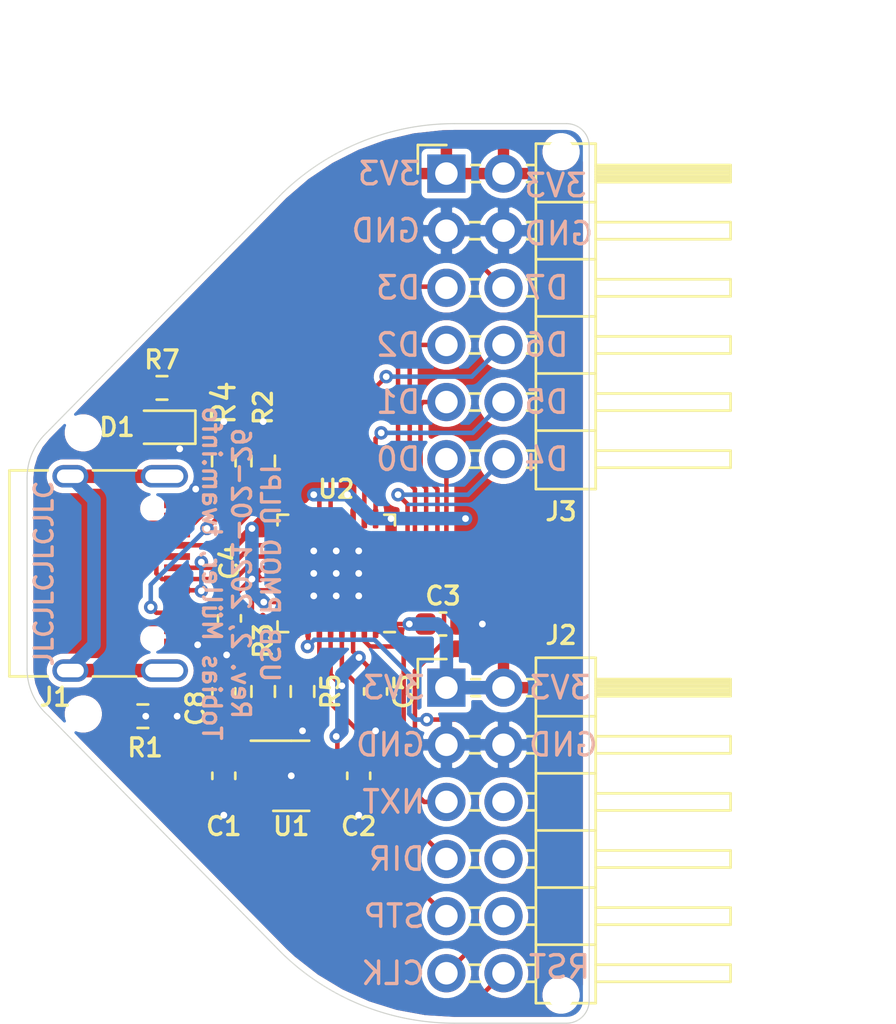
<source format=kicad_pcb>
(kicad_pcb (version 20171130) (host pcbnew "(5.1.9-0-10_14)")
  (title_block (title "USB PMOD ULPI") (date 2021-01-30) (rev 1) (comment 1 "License: CC-BY-SA 4.0") (comment 2 "Author: Tobias Müller, twam.info"))
  (layers (0 F.Cu signal) (31 B.Cu signal) (34 B.Paste user hide) (35 F.Paste user) (36 B.SilkS user) (37 F.SilkS user) (38 B.Mask user) (39 F.Mask user) (44 Edge.Cuts user))
  (net 0 "")
  (net 1 "Net-(D1-Pad2)")
  (net 2 GND)
  (net 3 VBUS)
  (net 4 /SBU2)
  (net 5 /CC1)
  (net 6 /SBU1)
  (net 7 /CC2)
  (net 8 "Net-(J1-PadS1)")
  (net 9 /D-)
  (net 10 /D+)
  (net 11 +3V3)
  (net 12 /STP)
  (net 13 /DIR)
  (net 14 /NXT)
  (net 15 /CLK)
  (net 16 /RESET)
  (net 17 /DATA3)
  (net 18 /DATA7)
  (net 19 /DATA2)
  (net 20 /DATA6)
  (net 21 /DATA1)
  (net 22 /DATA5)
  (net 23 /DATA0)
  (net 24 /DATA4)
  (net 25 "Net-(R5-Pad1)")
  (net 26 "Net-(J2-Pad8)")
  (net 27 "Net-(J2-Pad6)")
  (net 28 +1V8)
  (net 29 "Net-(J2-Pad10)")
  (net 30 "Net-(R3-Pad2)")
  (net 31 "Net-(U1-Pad4)")
  (net 32 "Net-(U2-Pad25)")
  (net 33 "Net-(U2-Pad17)")
  (net 34 "Net-(U2-Pad16)")
  (net 35 "Net-(U2-Pad15)")
  (net 36 "Net-(U2-Pad12)")
  (module MountingHole:MountingHole_JLCPCB (layer F.Cu) (at 140 106.25)
    (fp_text reference REF** hide)
    (fp_text value MountingHole_JLCPCB)
    (pad "" np_thru_hole circle (at 0 0) (size 1.152 1.152) (drill 1.152) (layers *.Cu *.Mask) (clearance 0.148))
  )
  (module MountingHole:MountingHole_JLCPCB (layer F.Cu) (at 140 93.75)
    (fp_text reference REF** hide)
    (fp_text value MountingHole_JLCPCB)
    (pad "" np_thru_hole circle (at 0 0) (size 1.152 1.152) (drill 1.152) (layers *.Cu *.Mask) (clearance 0.148))
  )
  (module MountingHole:MountingHole_JLCPCB (layer F.Cu) (at 161.25 118.75)
    (fp_text reference REF** hide)
    (fp_text value MountingHole_JLCPCB)
    (pad "" np_thru_hole circle (at 0 0) (size 1.152 1.152) (drill 1.152) (layers *.Cu *.Mask) (clearance 0.148))
  )
  (module MountingHole:MountingHole_JLCPCB (layer F.Cu) (at 161.25 81.25)
    (fp_text reference REF** hide)
    (fp_text value MountingHole_JLCPCB)
    (pad "" np_thru_hole circle (at 0 0) (size 1.152 1.152) (drill 1.152) (layers *.Cu *.Mask) (clearance 0.148))
  )
  (module Resistor_SMD:R_0603_1608Metric (layer F.Cu) (at 146.25 95 270)
    (fp_text reference R4 (at -1.5 0 90) (layer F.SilkS) (effects (justify left)))
    (fp_text value 5k1)
    (pad 2 smd roundrect (at 0.825 0 270) (size 0.8 0.95) (layers F.Cu F.Paste F.Mask) (net 7 /CC2))
    (pad 1 smd roundrect (at -0.825 0 270) (size 0.8 0.95) (layers F.Cu F.Paste F.Mask) (net 2 GND))
  )
  (module Resistor_SMD:R_0603_1608Metric (layer F.Cu) (at 148 105.25 90)
    (fp_text reference R3 (at 2.25 0 90) (layer F.SilkS) (effects (font (size 0.8 0.8))))
    (fp_text value 10k)
    (pad 2 smd roundrect (at 0.825 0 90) (size 0.8 0.95) (layers F.Cu F.Paste F.Mask) (net 30 "Net-(R3-Pad2)"))
    (pad 1 smd roundrect (at -0.825 0 90) (size 0.8 0.95) (layers F.Cu F.Paste F.Mask) (net 3 VBUS))
  )
  (module Package_DFN_QFN:QFN-32-1EP_5x5mm_P0.5mm_EP3.3x3.3mm (layer F.Cu) (at 151.25 100 180)
    (fp_text reference U2 (at 0 3.75) (layer F.SilkS) (effects (font (size 0.8 0.8))))
    (fp_text value USB3320)
    (pad 33 smd rect (at 0 0 180) (size 3.3 3.3) (layers F.Cu F.Mask) (net 2 GND))
    (pad 32 smd roundrect (at -1.75 -2.4375 180) (size 0.25 0.875) (layers F.Cu F.Paste F.Mask) (net 11 +3V3))
    (pad 31 smd roundrect (at -1.25 -2.4375 180) (size 0.25 0.875) (layers F.Cu F.Paste F.Mask) (net 13 /DIR))
    (pad 30 smd roundrect (at -0.75 -2.4375 180) (size 0.25 0.875) (layers F.Cu F.Paste F.Mask) (net 28 +1V8))
    (pad 29 smd roundrect (at -0.25 -2.4375 180) (size 0.25 0.875) (layers F.Cu F.Paste F.Mask) (net 12 /STP))
    (pad 28 smd roundrect (at 0.25 -2.4375 180) (size 0.25 0.875) (layers F.Cu F.Paste F.Mask) (net 28 +1V8))
    (pad 27 smd roundrect (at 0.75 -2.4375 180) (size 0.25 0.875) (layers F.Cu F.Paste F.Mask) (net 16 /RESET))
    (pad 26 smd roundrect (at 1.25 -2.4375 180) (size 0.25 0.875) (layers F.Cu F.Paste F.Mask) (net 15 /CLK))
    (pad 25 smd roundrect (at 1.75 -2.4375 180) (size 0.25 0.875) (layers F.Cu F.Paste F.Mask) (net 32 "Net-(U2-Pad25)"))
    (pad 24 smd roundrect (at 2.4375 -1.75 180) (size 0.875 0.25) (layers F.Cu F.Paste F.Mask) (net 25 "Net-(R5-Pad1)"))
    (pad 23 smd roundrect (at 2.4375 -1.25 180) (size 0.875 0.25) (layers F.Cu F.Paste F.Mask) (net 11 +3V3))
    (pad 22 smd roundrect (at 2.4375 -0.75 180) (size 0.875 0.25) (layers F.Cu F.Paste F.Mask) (net 30 "Net-(R3-Pad2)"))
    (pad 21 smd roundrect (at 2.4375 -0.25 180) (size 0.875 0.25) (layers F.Cu F.Paste F.Mask) (net 11 +3V3))
    (pad 20 smd roundrect (at 2.4375 0.25 180) (size 0.875 0.25) (layers F.Cu F.Paste F.Mask) (net 11 +3V3))
    (pad 19 smd roundrect (at 2.4375 0.75 180) (size 0.875 0.25) (layers F.Cu F.Paste F.Mask) (net 9 /D-))
    (pad 18 smd roundrect (at 2.4375 1.25 180) (size 0.875 0.25) (layers F.Cu F.Paste F.Mask) (net 10 /D+))
    (pad 17 smd roundrect (at 2.4375 1.75 180) (size 0.875 0.25) (layers F.Cu F.Paste F.Mask) (net 33 "Net-(U2-Pad17)"))
    (pad 16 smd roundrect (at 1.75 2.4375 180) (size 0.25 0.875) (layers F.Cu F.Paste F.Mask) (net 34 "Net-(U2-Pad16)"))
    (pad 15 smd roundrect (at 1.25 2.4375 180) (size 0.25 0.875) (layers F.Cu F.Paste F.Mask) (net 35 "Net-(U2-Pad15)"))
    (pad 14 smd roundrect (at 0.75 2.4375 180) (size 0.25 0.875) (layers F.Cu F.Paste F.Mask) (net 11 +3V3))
    (pad 13 smd roundrect (at 0.25 2.4375 180) (size 0.25 0.875) (layers F.Cu F.Paste F.Mask) (net 18 /DATA7))
    (pad 12 smd roundrect (at -0.25 2.4375 180) (size 0.25 0.875) (layers F.Cu F.Paste F.Mask) (net 36 "Net-(U2-Pad12)"))
    (pad 11 smd roundrect (at -0.75 2.4375 180) (size 0.25 0.875) (layers F.Cu F.Paste F.Mask) (net 11 +3V3))
    (pad 10 smd roundrect (at -1.25 2.4375 180) (size 0.25 0.875) (layers F.Cu F.Paste F.Mask) (net 20 /DATA6))
    (pad 9 smd roundrect (at -1.75 2.4375 180) (size 0.25 0.875) (layers F.Cu F.Paste F.Mask) (net 22 /DATA5))
    (pad 8 smd roundrect (at -2.4375 1.75 180) (size 0.875 0.25) (layers F.Cu F.Paste F.Mask) (net 11 +3V3))
    (pad 7 smd roundrect (at -2.4375 1.25 180) (size 0.875 0.25) (layers F.Cu F.Paste F.Mask) (net 24 /DATA4))
    (pad 6 smd roundrect (at -2.4375 0.75 180) (size 0.875 0.25) (layers F.Cu F.Paste F.Mask) (net 17 /DATA3))
    (pad 5 smd roundrect (at -2.4375 0.25 180) (size 0.875 0.25) (layers F.Cu F.Paste F.Mask) (net 19 /DATA2))
    (pad 4 smd roundrect (at -2.4375 -0.25 180) (size 0.875 0.25) (layers F.Cu F.Paste F.Mask) (net 21 /DATA1))
    (pad 3 smd roundrect (at -2.4375 -0.75 180) (size 0.875 0.25) (layers F.Cu F.Paste F.Mask) (net 23 /DATA0))
    (pad 2 smd roundrect (at -2.4375 -1.25 180) (size 0.875 0.25) (layers F.Cu F.Paste F.Mask) (net 14 /NXT))
    (pad 1 smd roundrect (at -2.4375 -1.75 180) (size 0.875 0.25) (layers F.Cu F.Paste F.Mask) (net 11 +3V3))
  )
  (module Package_TO_SOT_SMD:SOT-23-5 (layer F.Cu) (at 149.25 109)
    (fp_text reference U1 (at 0 2.25) (layer F.SilkS) (effects (font (size 0.8 0.8))))
    (fp_text value TPS76318)
    (pad 5 smd roundrect (at 1.1375 -0.95) (size 1.325 0.6) (layers F.Cu F.Paste F.Mask) (net 28 +1V8))
    (pad 4 smd roundrect (at 1.1375 0.95) (size 1.325 0.6) (layers F.Cu F.Paste F.Mask) (net 31 "Net-(U1-Pad4)"))
    (pad 3 smd roundrect (at -1.1375 0.95) (size 1.325 0.6) (layers F.Cu F.Paste F.Mask) (net 11 +3V3))
    (pad 2 smd roundrect (at -1.1375 0) (size 1.325 0.6) (layers F.Cu F.Paste F.Mask) (net 2 GND))
    (pad 1 smd roundrect (at -1.1375 -0.95) (size 1.325 0.6) (layers F.Cu F.Paste F.Mask) (net 11 +3V3))
  )
  (module Resistor_SMD:R_0603_1608Metric (layer F.Cu) (at 149.75 105.25 270)
    (fp_text reference R5 (at 0 -1.25 90) (layer F.SilkS) (effects (font (size 0.8 0.8))))
    (fp_text value "8k06 1%")
    (pad 2 smd roundrect (at 0.825 0 270) (size 0.8 0.95) (layers F.Cu F.Paste F.Mask) (net 2 GND))
    (pad 1 smd roundrect (at -0.825 0 270) (size 0.8 0.95) (layers F.Cu F.Paste F.Mask) (net 25 "Net-(R5-Pad1)"))
  )
  (module Capacitor_SMD:C_0603_1608Metric (layer F.Cu) (at 153 105.25 270)
    (fp_text reference C5 (at 0 -1.25 90) (layer F.SilkS) (effects (font (size 0.8 0.8))))
    (fp_text value 100n)
    (pad 2 smd roundrect (at 0.775 0 270) (size 0.9 0.95) (layers F.Cu F.Paste F.Mask) (net 2 GND))
    (pad 1 smd roundrect (at -0.775 0 270) (size 0.9 0.95) (layers F.Cu F.Paste F.Mask) (net 28 +1V8))
  )
  (module Capacitor_SMD:C_0603_1608Metric (layer F.Cu) (at 146.5 102 270)
    (fp_text reference C4 (at -2.5 0 90) (layer F.SilkS) (effects (font (size 0.8 0.8))))
    (fp_text value 2u2)
    (pad 2 smd roundrect (at 0.775 0 270) (size 0.9 0.95) (layers F.Cu F.Paste F.Mask) (net 2 GND))
    (pad 1 smd roundrect (at -0.775 0 270) (size 0.9 0.95) (layers F.Cu F.Paste F.Mask) (net 11 +3V3))
  )
  (module Capacitor_SMD:C_0603_1608Metric (layer F.Cu) (at 156 102.25)
    (fp_text reference C3 (at 0 -1.25) (layer F.SilkS) (effects (font (size 0.8 0.8))))
    (fp_text value 100n)
    (pad 2 smd roundrect (at 0.775 0) (size 0.9 0.95) (layers F.Cu F.Paste F.Mask) (net 2 GND))
    (pad 1 smd roundrect (at -0.775 0) (size 0.9 0.95) (layers F.Cu F.Paste F.Mask) (net 11 +3V3))
  )
  (module Capacitor_SMD:C_0603_1608Metric (layer F.Cu) (at 152.25 109 270)
    (fp_text reference C2 (at 2.25 0 180) (layer F.SilkS) (effects (font (size 0.8 0.8))))
    (fp_text value 10u)
    (pad 2 smd roundrect (at 0.775 0 270) (size 0.9 0.95) (layers F.Cu F.Paste F.Mask) (net 2 GND))
    (pad 1 smd roundrect (at -0.775 0 270) (size 0.9 0.95) (layers F.Cu F.Paste F.Mask) (net 28 +1V8))
  )
  (module Capacitor_SMD:C_0603_1608Metric (layer F.Cu) (at 146.25 109 270)
    (fp_text reference C1 (at 2.25 0 180) (layer F.SilkS) (effects (font (size 0.8 0.8))))
    (fp_text value 1u)
    (pad 2 smd roundrect (at 0.775 0 270) (size 0.9 0.95) (layers F.Cu F.Paste F.Mask) (net 2 GND))
    (pad 1 smd roundrect (at -0.775 0 270) (size 0.9 0.95) (layers F.Cu F.Paste F.Mask) (net 11 +3V3))
  )
  (module LED_SMD:LED_0603_1608Metric (layer F.Cu) (at 143.5 93.5 180)
    (fp_text reference D1 (at 2 0 180) (layer F.SilkS) (effects (font (size 0.8 0.8))))
    (fp_text value green)
    (pad 2 smd roundrect (at 0.7875 0 180) (size 0.875 0.95) (layers F.Cu F.Paste F.Mask) (net 1 "Net-(D1-Pad2)"))
    (pad 1 smd roundrect (at -0.7875 0 180) (size 0.875 0.95) (layers F.Cu F.Paste F.Mask) (net 2 GND))
  )
  (module Connector_PinHeader_2.54mm:PinHeader_2x06_P2.54mm_Horizontal (layer F.Cu) (at 156.15 82.22)
    (fp_text reference J3 (at 5.1 15.03) (layer F.SilkS) (effects (font (size 0.8 0.8))))
    (fp_text value PMOD2)
    (pad 12 thru_hole oval (at 2.54 12.7) (size 1.7 1.7) (drill 1) (layers *.Cu *.Mask) (net 24 /DATA4))
    (pad 11 thru_hole oval (at 0 12.7) (size 1.7 1.7) (drill 1) (layers *.Cu *.Mask) (net 23 /DATA0))
    (pad 10 thru_hole oval (at 2.54 10.16) (size 1.7 1.7) (drill 1) (layers *.Cu *.Mask) (net 22 /DATA5))
    (pad 9 thru_hole oval (at 0 10.16) (size 1.7 1.7) (drill 1) (layers *.Cu *.Mask) (net 21 /DATA1))
    (pad 8 thru_hole oval (at 2.54 7.62) (size 1.7 1.7) (drill 1) (layers *.Cu *.Mask) (net 20 /DATA6))
    (pad 7 thru_hole oval (at 0 7.62) (size 1.7 1.7) (drill 1) (layers *.Cu *.Mask) (net 19 /DATA2))
    (pad 6 thru_hole oval (at 2.54 5.08) (size 1.7 1.7) (drill 1) (layers *.Cu *.Mask) (net 18 /DATA7))
    (pad 5 thru_hole oval (at 0 5.08) (size 1.7 1.7) (drill 1) (layers *.Cu *.Mask) (net 17 /DATA3))
    (pad 4 thru_hole oval (at 2.54 2.54) (size 1.7 1.7) (drill 1) (layers *.Cu *.Mask) (net 2 GND))
    (pad 3 thru_hole oval (at 0 2.54) (size 1.7 1.7) (drill 1) (layers *.Cu *.Mask) (net 2 GND))
    (pad 2 thru_hole oval (at 2.54 0) (size 1.7 1.7) (drill 1) (layers *.Cu *.Mask) (net 11 +3V3))
    (pad 1 thru_hole rect (at 0 0) (size 1.7 1.7) (drill 1) (layers *.Cu *.Mask) (net 11 +3V3))
  )
  (module Connector_PinHeader_2.54mm:PinHeader_2x06_P2.54mm_Horizontal (layer F.Cu) (at 156.15 105.08)
    (fp_text reference J2 (at 5.1 -2.33) (layer F.SilkS) (effects (font (size 0.8 0.8))))
    (fp_text value PMOD1)
    (pad 12 thru_hole oval (at 2.54 12.7) (size 1.7 1.7) (drill 1) (layers *.Cu *.Mask) (net 16 /RESET))
    (pad 11 thru_hole oval (at 0 12.7) (size 1.7 1.7) (drill 1) (layers *.Cu *.Mask) (net 15 /CLK))
    (pad 10 thru_hole oval (at 2.54 10.16) (size 1.7 1.7) (drill 1) (layers *.Cu *.Mask) (net 29 "Net-(J2-Pad10)"))
    (pad 9 thru_hole oval (at 0 10.16) (size 1.7 1.7) (drill 1) (layers *.Cu *.Mask) (net 12 /STP))
    (pad 8 thru_hole oval (at 2.54 7.62) (size 1.7 1.7) (drill 1) (layers *.Cu *.Mask) (net 26 "Net-(J2-Pad8)"))
    (pad 7 thru_hole oval (at 0 7.62) (size 1.7 1.7) (drill 1) (layers *.Cu *.Mask) (net 13 /DIR))
    (pad 6 thru_hole oval (at 2.54 5.08) (size 1.7 1.7) (drill 1) (layers *.Cu *.Mask) (net 27 "Net-(J2-Pad6)"))
    (pad 5 thru_hole oval (at 0 5.08) (size 1.7 1.7) (drill 1) (layers *.Cu *.Mask) (net 14 /NXT))
    (pad 4 thru_hole oval (at 2.54 2.54) (size 1.7 1.7) (drill 1) (layers *.Cu *.Mask) (net 2 GND))
    (pad 3 thru_hole oval (at 0 2.54) (size 1.7 1.7) (drill 1) (layers *.Cu *.Mask) (net 2 GND))
    (pad 2 thru_hole oval (at 2.54 0) (size 1.7 1.7) (drill 1) (layers *.Cu *.Mask) (net 11 +3V3))
    (pad 1 thru_hole rect (at 0 0) (size 1.7 1.7) (drill 1) (layers *.Cu *.Mask) (net 11 +3V3))
  )
  (module Capacitor_SMD:C_0603_1608Metric (layer F.Cu) (at 146.25 105.25 90)
    (fp_text reference C8 (at -0.75 -1.25 90) (layer F.SilkS) (effects (font (size 0.8 0.8))))
    (fp_text value 2u2)
    (pad 2 smd roundrect (at 0.775 0 90) (size 0.9 0.95) (layers F.Cu F.Paste F.Mask) (net 2 GND))
    (pad 1 smd roundrect (at -0.775 0 90) (size 0.9 0.95) (layers F.Cu F.Paste F.Mask) (net 3 VBUS))
  )
  (module Resistor_SMD:R_0603_1608Metric (layer F.Cu) (at 143.5 91.75 180)
    (fp_text reference R7 (at 0 1.25 180) (layer F.SilkS) (effects (font (size 0.8 0.8))))
    (fp_text value 15k)
    (pad 2 smd roundrect (at 0.825 0 180) (size 0.8 0.95) (layers F.Cu F.Paste F.Mask) (net 1 "Net-(D1-Pad2)"))
    (pad 1 smd roundrect (at -0.825 0 180) (size 0.8 0.95) (layers F.Cu F.Paste F.Mask) (net 3 VBUS))
  )
  (module Resistor_SMD:R_0603_1608Metric (layer F.Cu) (at 148 95 90)
    (fp_text reference R2 (at 1.5 0 90) (layer F.SilkS) (effects (font (size 0.8 0.8)) (justify left)))
    (fp_text value 5k1)
    (pad 2 smd roundrect (at 0.825 0 90) (size 0.8 0.95) (layers F.Cu F.Paste F.Mask) (net 2 GND))
    (pad 1 smd roundrect (at -0.825 0 90) (size 0.8 0.95) (layers F.Cu F.Paste F.Mask) (net 5 /CC1))
  )
  (module Resistor_SMD:R_0603_1608Metric (layer F.Cu) (at 142.65 106.35 180)
    (fp_text reference R1 (at -0.1 -1.4 180) (layer F.SilkS) (effects (font (size 0.8 0.8))))
    (fp_text value 1M)
    (pad 2 smd roundrect (at 0.825 0 180) (size 0.8 0.95) (layers F.Cu F.Paste F.Mask) (net 8 "Net-(J1-PadS1)"))
    (pad 1 smd roundrect (at -0.825 0 180) (size 0.8 0.95) (layers F.Cu F.Paste F.Mask) (net 2 GND))
  )
  (module Connector_USB:USB_C_Receptacle_XKB_U262-16XN-4BVC11 (layer F.Cu) (at 140.5 100 270)
    (fp_text reference J1 (at 5.5 1.75 180) (layer F.SilkS) (effects (font (size 0.8 0.8))))
    (fp_text value USB_C_Receptacle_USB2.0)
    (pad A12 smd rect (at 3.35 -3.67 270) (size 0.3 1.15) (layers F.Cu F.Paste F.Mask) (net 2 GND))
    (pad A9 smd rect (at 2.55 -3.67 270) (size 0.3 1.15) (layers F.Cu F.Paste F.Mask) (net 3 VBUS))
    (pad B9 smd rect (at -2.25 -3.67 270) (size 0.3 1.15) (layers F.Cu F.Paste F.Mask) (net 3 VBUS))
    (pad B12 smd rect (at -3.05 -3.67 270) (size 0.3 1.15) (layers F.Cu F.Paste F.Mask) (net 2 GND))
    (pad A1 smd rect (at -3.35 -3.67 270) (size 0.3 1.15) (layers F.Cu F.Paste F.Mask) (net 2 GND))
    (pad A4 smd rect (at -2.55 -3.67 270) (size 0.3 1.15) (layers F.Cu F.Paste F.Mask) (net 3 VBUS))
    (pad B8 smd rect (at -1.75 -3.67 270) (size 0.3 1.15) (layers F.Cu F.Paste F.Mask) (net 4 /SBU2))
    (pad A5 smd rect (at -1.25 -3.67 270) (size 0.3 1.15) (layers F.Cu F.Paste F.Mask) (net 5 /CC1))
    (pad B7 smd rect (at -0.75 -3.67 270) (size 0.3 1.15) (layers F.Cu F.Paste F.Mask) (net 9 /D-))
    (pad A6 smd rect (at -0.25 -3.67 270) (size 0.3 1.15) (layers F.Cu F.Paste F.Mask) (net 10 /D+))
    (pad A7 smd rect (at 0.25 -3.67 270) (size 0.3 1.15) (layers F.Cu F.Paste F.Mask) (net 9 /D-))
    (pad B6 smd rect (at 0.75 -3.67 270) (size 0.3 1.15) (layers F.Cu F.Paste F.Mask) (net 10 /D+))
    (pad A8 smd rect (at 1.25 -3.67 270) (size 0.3 1.15) (layers F.Cu F.Paste F.Mask) (net 6 /SBU1))
    (pad B5 smd rect (at 1.75 -3.67 270) (size 0.3 1.15) (layers F.Cu F.Paste F.Mask) (net 7 /CC2))
    (pad B4 smd rect (at 2.25 -3.67 270) (size 0.3 1.15) (layers F.Cu F.Paste F.Mask) (net 3 VBUS))
    (pad B1 smd rect (at 3.05 -3.67 270) (size 0.3 1.15) (layers F.Cu F.Paste F.Mask) (net 2 GND))
    (pad "" np_thru_hole circle (at -2.89 -2.605 270) (size 0.65 0.65) (drill 0.65) (layers *.Cu *.Mask))
    (pad "" np_thru_hole circle (at 2.89 -2.605 270) (size 0.65 0.65) (drill 0.65) (layers *.Cu *.Mask))
    (pad S1 thru_hole oval (at 4.32 1.075 270) (size 1 1.6) (drill oval 0.6 1.2) (layers *.Cu *.Mask) (net 8 "Net-(J1-PadS1)"))
    (pad S1 thru_hole oval (at -4.32 1.075 270) (size 1 1.6) (drill oval 0.6 1.2) (layers *.Cu *.Mask) (net 8 "Net-(J1-PadS1)"))
    (pad S1 thru_hole oval (at 4.32 -3.105 270) (size 1 2.1) (drill oval 0.6 1.7) (layers *.Cu *.Mask) (net 8 "Net-(J1-PadS1)"))
    (pad S1 thru_hole oval (at -4.32 -3.105 270) (size 1 2.1) (drill oval 0.6 1.7) (layers *.Cu *.Mask) (net 8 "Net-(J1-PadS1)"))
  )
  (gr_text STP (at 155.28 115.24) (layer B.SilkS) (effects (font (size 1 1)) (justify left mirror)))
  (gr_text GND (at 155.28 107.62) (layer B.SilkS) (effects (font (size 1 1)) (justify left mirror)))
  (gr_text CLK (at 155.28 117.78) (layer B.SilkS) (effects (font (size 1 1)) (justify left mirror)))
  (gr_text DIR (at 155.28 112.7) (layer B.SilkS) (effects (font (size 1 1)) (justify left mirror)))
  (gr_text 3V3 (at 159.725 105.08) (layer B.SilkS) (effects (font (size 1 1)) (justify right mirror)))
  (gr_text NXT (at 155.28 110.16) (layer B.SilkS) (effects (font (size 1 1)) (justify left mirror)))
  (gr_text RST (at 159.725 117.5) (layer B.SilkS) (effects (font (size 1 1)) (justify right mirror)))
  (gr_text GND (at 159.725 107.62) (layer B.SilkS) (effects (font (size 1 1)) (justify right mirror)))
  (gr_text 3V3 (at 155.28 105.08) (layer B.SilkS) (effects (font (size 1 1)) (justify left mirror)))
  (gr_text D3 (at 155.08 87.3) (layer B.SilkS) (effects (font (size 1 1)) (justify left mirror)))
  (gr_text D2 (at 155.08 89.84) (layer B.SilkS) (effects (font (size 1 1)) (justify left mirror)))
  (gr_text D1 (at 155.08 92.38) (layer B.SilkS) (effects (font (size 1 1)) (justify left mirror)))
  (gr_text D0 (at 155.08 94.92) (layer B.SilkS) (effects (font (size 1 1)) (justify left mirror)))
  (gr_text GND (at 155.08 84.76) (layer B.SilkS) (effects (font (size 1 1)) (justify left mirror)))
  (gr_text 3V3 (at 155.08 82.22) (layer B.SilkS) (effects (font (size 1 1)) (justify left mirror)))
  (gr_text D4 (at 159.525 94.92) (layer B.SilkS) (effects (font (size 1 1)) (justify right mirror)))
  (gr_text D5 (at 159.525 92.38) (layer B.SilkS) (effects (font (size 1 1)) (justify right mirror)))
  (gr_text D6 (at 159.525 89.84) (layer B.SilkS) (effects (font (size 1 1)) (justify right mirror)))
  (gr_text 3V3 (at 159.525 82.75) (layer B.SilkS) (effects (font (size 1 1)) (justify right mirror)))
  (gr_text D7 (at 159.525 87.3) (layer B.SilkS) (effects (font (size 1 1)) (justify right mirror)))
  (gr_text GND (at 159.525 84.887) (layer B.SilkS) (effects (font (size 1 1)) (justify right mirror)))
  (gr_line (start 148.844959 116.899389) (end 138.439112 106.319586) (layer Edge.Cuts) (width 0.05))
  (gr_arc (start 156.5 109) (end 156.5 120) (angle 44.1) (layer Edge.Cuts) (width 0.05))
  (gr_arc (start 140.25 104.25) (end 137.5 104.25) (angle -48.81407091) (layer Edge.Cuts) (width 0.05))
  (gr_arc (start 156.5 91) (end 156.5 80) (angle -44.14490062) (layer Edge.Cuts) (width 0.05))
  (gr_line (start 138.305456 93.805456) (end 148.838771 83.106612) (layer Edge.Cuts) (width 0.05))
  (gr_line (start 161.5 80) (end 156.5 80) (layer Edge.Cuts) (width 0.05))
  (gr_line (start 161.5 120) (end 156.5 120) (layer Edge.Cuts) (width 0.05))
  (gr_arc (start 161.5 119) (end 161.5 120) (angle -90) (layer Edge.Cuts) (width 0.05))
  (gr_arc (start 161.5 81) (end 162.5 81) (angle -90) (layer Edge.Cuts) (width 0.05))
  (gr_text "USB PMOD ULPI\nRev. 2, 2021-02-26\nTobias Müller, twam.info" (at 147 100 -90) (layer B.SilkS) (effects (font (size 0.8 0.8)) (justify mirror)))
  (gr_text JLCJLCJLCJLC (at 138.25 100 90) (layer B.SilkS) (effects (font (size 0.8 0.8))))
  (gr_arc (start 140.25 95.75) (end 137.5 95.75) (angle 45) (layer Edge.Cuts) (width 0.05))
  (gr_line (start 162.5 119) (end 162.5 81) (layer Edge.Cuts) (width 0.05))
  (gr_line (start 137.5 95.75) (end 137.5 104.25) (layer Edge.Cuts) (width 0.05))
  (segment (start 142.7125 91.7875) (end 142.675 91.75) (width 0.2) (layer F.Cu) (net 1))
  (segment (start 142.7125 93.5) (end 142.7125 91.7875) (width 0.2) (layer F.Cu) (net 1))
  (via (at 150.25 101) (size 0.6) (drill 0.3) (layers F.Cu B.Cu) (net 2))
  (via (at 151.25 101) (size 0.6) (drill 0.3) (layers F.Cu B.Cu) (net 2))
  (via (at 152.25 101) (size 0.6) (drill 0.3) (layers F.Cu B.Cu) (net 2))
  (via (at 152.25 100) (size 0.6) (drill 0.3) (layers F.Cu B.Cu) (net 2))
  (via (at 151.25 100) (size 0.6) (drill 0.3) (layers F.Cu B.Cu) (net 2))
  (via (at 150.25 100) (size 0.6) (drill 0.3) (layers F.Cu B.Cu) (net 2))
  (via (at 152.25 99) (size 0.6) (drill 0.3) (layers F.Cu B.Cu) (net 2))
  (via (at 151.25 99) (size 0.6) (drill 0.3) (layers F.Cu B.Cu) (net 2))
  (via (at 150.25 99) (size 0.6) (drill 0.3) (layers F.Cu B.Cu) (net 2))
  (via (at 142.777 106.35) (size 0.6) (drill 0.3) (layers F.Cu B.Cu) (net 2))
  (segment (start 144.17 96.95) (end 144.17 96.65) (width 0.2) (layer F.Cu) (net 2))
  (segment (start 144.17 103.35) (end 144.17 103.05) (width 0.2) (layer F.Cu) (net 2))
  (segment (start 142.777 106.35) (end 143.475 106.35) (width 0.6) (layer F.Cu) (net 2))
  (via (at 144.174 106.35) (size 0.6) (drill 0.3) (layers F.Cu B.Cu) (net 2))
  (segment (start 143.475 106.35) (end 144.174 106.35) (width 0.6) (layer F.Cu) (net 2))
  (segment (start 144.17 103.05) (end 144.962 103.05) (width 0.2) (layer F.Cu) (net 2))
  (via (at 145.087 103.175) (size 0.6) (drill 0.3) (layers F.Cu B.Cu) (net 2))
  (segment (start 144.962 103.05) (end 145.087 103.175) (width 0.2) (layer F.Cu) (net 2))
  (segment (start 144.912 103.35) (end 145.087 103.175) (width 0.2) (layer F.Cu) (net 2))
  (segment (start 144.17 103.35) (end 144.912 103.35) (width 0.2) (layer F.Cu) (net 2))
  (via (at 145 96.25) (size 0.6) (drill 0.3) (layers F.Cu B.Cu) (net 2))
  (segment (start 144.2875 93.5) (end 144.2875 94.4625) (width 0.2) (layer F.Cu) (net 2))
  (via (at 144.2875 94.4625) (size 0.6) (drill 0.3) (layers F.Cu B.Cu) (net 2))
  (segment (start 144.6 96.65) (end 145 96.25) (width 0.2) (layer F.Cu) (net 2))
  (segment (start 144.17 96.65) (end 144.6 96.65) (width 0.2) (layer F.Cu) (net 2))
  (segment (start 144.17 96.95) (end 144.8 96.95) (width 0.2) (layer F.Cu) (net 2))
  (segment (start 145 96.75) (end 145 96.25) (width 0.2) (layer F.Cu) (net 2))
  (segment (start 144.8 96.95) (end 145 96.75) (width 0.2) (layer F.Cu) (net 2))
  (segment (start 146.25 94.175) (end 146.25 93.25) (width 0.2) (layer F.Cu) (net 2))
  (via (at 146.25 93.25) (size 0.6) (drill 0.3) (layers F.Cu B.Cu) (net 2))
  (segment (start 148 94.175) (end 148 93.25) (width 0.2) (layer F.Cu) (net 2))
  (via (at 148 93.25) (size 0.6) (drill 0.3) (layers F.Cu B.Cu) (net 2))
  (segment (start 149.75 106.075) (end 149.75 107) (width 0.2) (layer F.Cu) (net 2))
  (via (at 149.75 107) (size 0.6) (drill 0.3) (layers F.Cu B.Cu) (net 2))
  (segment (start 156.775 102.25) (end 157.75 102.25) (width 0.2) (layer F.Cu) (net 2))
  (via (at 157.75 102.25) (size 0.6) (drill 0.3) (layers F.Cu B.Cu) (net 2))
  (segment (start 153 106.025) (end 153 107) (width 0.2) (layer F.Cu) (net 2))
  (via (at 153 107) (size 0.6) (drill 0.3) (layers F.Cu B.Cu) (net 2))
  (segment (start 152.25 109.775) (end 152.25 110.75) (width 0.2) (layer F.Cu) (net 2))
  (via (at 152.25 110.75) (size 0.6) (drill 0.3) (layers F.Cu B.Cu) (net 2))
  (segment (start 146.25 109.775) (end 146.25 110.75) (width 0.2) (layer F.Cu) (net 2))
  (via (at 146.25 110.75) (size 0.6) (drill 0.3) (layers F.Cu B.Cu) (net 2))
  (segment (start 148.1125 109) (end 149.25 109) (width 0.2) (layer F.Cu) (net 2))
  (via (at 149.25 109) (size 0.6) (drill 0.3) (layers F.Cu B.Cu) (net 2))
  (segment (start 146.25 103.75) (end 146.375 103.625) (width 0.4) (layer F.Cu) (net 2))
  (segment (start 146.25 104.475) (end 146.25 103.75) (width 0.4) (layer F.Cu) (net 2))
  (segment (start 146.5 102.775) (end 146.5 103.5) (width 0.4) (layer F.Cu) (net 2))
  (segment (start 146.375 103.625) (end 146.5 103.5) (width 0.4) (layer F.Cu) (net 2))
  (via (at 146.375 103.625) (size 0.6) (drill 0.3) (layers F.Cu B.Cu) (net 2))
  (segment (start 144.17 97.75) (end 144.17 97.45) (width 0.2) (layer F.Cu) (net 3))
  (segment (start 144.17 102.55) (end 144.17 102.25) (width 0.2) (layer F.Cu) (net 3))
  (segment (start 142.5 102.25) (end 143 102.25) (width 0.2) (layer F.Cu) (net 3))
  (segment (start 144.17 97.75) (end 142.5 97.75) (width 0.2) (layer F.Cu) (net 3))
  (segment (start 142.25 102) (end 142.5 102.25) (width 0.2) (layer F.Cu) (net 3))
  (segment (start 142.25 98) (end 142.25 102) (width 0.2) (layer F.Cu) (net 3))
  (segment (start 143 102.25) (end 144.17 102.25) (width 0.2) (layer F.Cu) (net 3))
  (segment (start 142.5 97.75) (end 142.25 98) (width 0.2) (layer F.Cu) (net 3))
  (segment (start 146.3 106.075) (end 146.25 106.025) (width 0.2) (layer F.Cu) (net 3))
  (segment (start 148 106.075) (end 146.3 106.075) (width 0.2) (layer F.Cu) (net 3))
  (segment (start 146.25 106.025) (end 145.54799 105.32299) (width 0.2) (layer F.Cu) (net 3))
  (segment (start 145.614001 103.427961) (end 145.614001 102.614001) (width 0.2) (layer F.Cu) (net 3))
  (segment (start 145.54799 103.493972) (end 145.614001 103.427961) (width 0.2) (layer F.Cu) (net 3))
  (segment (start 145.54799 105.32299) (end 145.54799 103.493972) (width 0.2) (layer F.Cu) (net 3))
  (segment (start 145.25 102.25) (end 144.17 102.25) (width 0.2) (layer F.Cu) (net 3))
  (segment (start 145.614001 102.614001) (end 145.25 102.25) (width 0.2) (layer F.Cu) (net 3))
  (segment (start 145.527001 97.167999) (end 145.527001 92.027001) (width 0.2) (layer F.Cu) (net 3))
  (segment (start 144.945 97.75) (end 145.527001 97.167999) (width 0.2) (layer F.Cu) (net 3))
  (segment (start 144.17 97.75) (end 144.945 97.75) (width 0.2) (layer F.Cu) (net 3))
  (segment (start 145.25 91.75) (end 144.325 91.75) (width 0.2) (layer F.Cu) (net 3))
  (segment (start 145.527001 92.027001) (end 145.25 91.75) (width 0.2) (layer F.Cu) (net 3))
  (segment (start 144.17 98.75) (end 146 98.75) (width 0.2) (layer F.Cu) (net 5))
  (segment (start 148 96.75) (end 148 95.825) (width 0.2) (layer F.Cu) (net 5))
  (segment (start 146 98.75) (end 148 96.75) (width 0.2) (layer F.Cu) (net 5))
  (segment (start 144.17 101.75) (end 143.25 101.75) (width 0.2) (layer F.Cu) (net 7))
  (via (at 143 101.5) (size 0.6) (drill 0.3) (layers F.Cu B.Cu) (net 7))
  (segment (start 143.25 101.75) (end 143 101.5) (width 0.2) (layer F.Cu) (net 7))
  (via (at 145.5 98) (size 0.6) (drill 0.3) (layers F.Cu B.Cu) (net 7))
  (segment (start 143 100.5) (end 145.5 98) (width 0.2) (layer B.Cu) (net 7))
  (segment (start 143 101.5) (end 143 100.5) (width 0.2) (layer B.Cu) (net 7))
  (segment (start 146.25 97.25) (end 145.5 98) (width 0.2) (layer F.Cu) (net 7))
  (segment (start 146.25 95.825) (end 146.25 97.25) (width 0.2) (layer F.Cu) (net 7))
  (segment (start 143.605 95.68) (end 139.425 95.68) (width 0.6) (layer F.Cu) (net 8))
  (segment (start 141.825 106.35) (end 141.825 104.382) (width 0.6) (layer F.Cu) (net 8))
  (segment (start 139.425 104.32) (end 139.425 104.225) (width 0.6) (layer B.Cu) (net 8))
  (segment (start 139.425 104.225) (end 140.475 103.175) (width 0.6) (layer B.Cu) (net 8))
  (segment (start 140.475 96.73) (end 139.425 95.68) (width 0.6) (layer B.Cu) (net 8))
  (segment (start 140.475 103.175) (end 140.475 96.73) (width 0.6) (layer B.Cu) (net 8))
  (segment (start 143.605 104.32) (end 140.263 104.32) (width 0.6) (layer F.Cu) (net 8))
  (segment (start 140.263 104.32) (end 139.425 104.32) (width 0.6) (layer F.Cu) (net 8))
  (segment (start 147.75 99.25) (end 148.8125 99.25) (width 0.2) (layer F.Cu) (net 9))
  (segment (start 146.75 100.25) (end 147.75 99.25) (width 0.2) (layer F.Cu) (net 9))
  (segment (start 144.17 100.25) (end 146.75 100.25) (width 0.2) (layer F.Cu) (net 9))
  (segment (start 144.17 100.25) (end 143.5 100.25) (width 0.2) (layer F.Cu) (net 9))
  (segment (start 143.5 100.25) (end 143.25 100) (width 0.2) (layer F.Cu) (net 9))
  (segment (start 144.17 99.25) (end 143.5 99.25) (width 0.2) (layer F.Cu) (net 9))
  (segment (start 143.5 99.25) (end 143.25 99.5) (width 0.2) (layer F.Cu) (net 9))
  (segment (start 143.25 100) (end 143.25 99.5) (width 0.2) (layer F.Cu) (net 9))
  (segment (start 147.5 98.75) (end 148.8125 98.75) (width 0.2) (layer F.Cu) (net 10))
  (segment (start 146.5 99.75) (end 147.5 98.75) (width 0.2) (layer F.Cu) (net 10))
  (segment (start 145.25 99.75) (end 145.25 99.5) (width 0.2) (layer F.Cu) (net 10))
  (segment (start 144.17 99.75) (end 145.25 99.75) (width 0.2) (layer F.Cu) (net 10))
  (segment (start 145.25 99.75) (end 146.5 99.75) (width 0.2) (layer F.Cu) (net 10))
  (via (at 145.25 99.5) (size 0.6) (drill 0.3) (layers F.Cu B.Cu) (net 10))
  (segment (start 144.17 100.75) (end 145.25 100.75) (width 0.2) (layer F.Cu) (net 10))
  (via (at 145.25 100.777) (size 0.6) (drill 0.3) (layers F.Cu B.Cu) (net 10))
  (segment (start 145.25 100.75) (end 145.25 100.777) (width 0.2) (layer F.Cu) (net 10))
  (segment (start 145.25 100.777) (end 145.25 99.5) (width 0.2) (layer B.Cu) (net 10))
  (segment (start 148.8125 99.75) (end 147.975 99.75) (width 0.2) (layer F.Cu) (net 11))
  (segment (start 148.8125 100.25) (end 147.5 100.25) (width 0.2) (layer F.Cu) (net 11))
  (segment (start 147.5 100.25) (end 147.4875 100.2375) (width 0.2) (layer F.Cu) (net 11))
  (segment (start 147.4875 100.2375) (end 146.5 101.225) (width 0.2) (layer F.Cu) (net 11))
  (segment (start 147.975 99.75) (end 147.4875 100.2375) (width 0.2) (layer F.Cu) (net 11))
  (segment (start 148 101.25) (end 148.027 101.277) (width 0.2) (layer F.Cu) (net 11))
  (segment (start 148.8125 101.25) (end 148 101.25) (width 0.2) (layer F.Cu) (net 11))
  (via (at 148.027 101.277) (size 0.6) (drill 0.3) (layers F.Cu B.Cu) (net 11))
  (via (at 147.5 100.25) (size 0.6) (drill 0.3) (layers F.Cu B.Cu) (net 11))
  (segment (start 153.75 101.8125) (end 153.6875 101.75) (width 0.2) (layer F.Cu) (net 11))
  (segment (start 153.75 102.25) (end 153.75 101.8125) (width 0.2) (layer F.Cu) (net 11))
  (segment (start 153.5625 102.4375) (end 153.75 102.25) (width 0.2) (layer F.Cu) (net 11))
  (segment (start 153 102.4375) (end 153.5625 102.4375) (width 0.2) (layer F.Cu) (net 11))
  (segment (start 146.425 108.05) (end 146.25 108.225) (width 0.2) (layer F.Cu) (net 11))
  (segment (start 148.1125 108.05) (end 146.425 108.05) (width 0.2) (layer F.Cu) (net 11))
  (via (at 151.75 96.5) (size 0.6) (drill 0.3) (layers F.Cu B.Cu) (net 11))
  (segment (start 152 96.75) (end 151.75 96.5) (width 0.2) (layer F.Cu) (net 11))
  (segment (start 152 97.5625) (end 152 96.75) (width 0.2) (layer F.Cu) (net 11))
  (via (at 150.25 96.5) (size 0.6) (drill 0.3) (layers F.Cu B.Cu) (net 11))
  (segment (start 150.5 96.75) (end 150.25 96.5) (width 0.2) (layer F.Cu) (net 11))
  (segment (start 150.5 97.5625) (end 150.5 96.75) (width 0.2) (layer F.Cu) (net 11))
  (segment (start 153.6875 98.25) (end 153.6875 97.5625) (width 0.2) (layer F.Cu) (net 11))
  (via (at 153.6875 97.5625) (size 0.6) (drill 0.3) (layers F.Cu B.Cu) (net 11))
  (segment (start 150.25 96.5) (end 149 96.5) (width 0.2) (layer F.Cu) (net 11))
  (segment (start 149 96.5) (end 147.5 98) (width 0.2) (layer F.Cu) (net 11))
  (via (at 147.5 98) (size 0.6) (drill 0.3) (layers F.Cu B.Cu) (net 11))
  (via (at 154.5 102.25) (size 0.6) (drill 0.3) (layers F.Cu B.Cu) (net 11))
  (segment (start 155.225 102.25) (end 154.5 102.25) (width 0.2) (layer F.Cu) (net 11))
  (segment (start 154.5 102.25) (end 153.75 102.25) (width 0.2) (layer F.Cu) (net 11))
  (segment (start 155.75 102.25) (end 156.15 102.65) (width 0.6) (layer B.Cu) (net 11))
  (segment (start 154.5 102.25) (end 155.75 102.25) (width 0.6) (layer B.Cu) (net 11))
  (segment (start 156.15 105.08) (end 156.15 102.65) (width 0.6) (layer B.Cu) (net 11))
  (segment (start 156.15 105.08) (end 158.69 105.08) (width 0.6) (layer B.Cu) (net 11))
  (segment (start 150.25 96.5) (end 151.75 96.5) (width 0.6) (layer B.Cu) (net 11))
  (segment (start 151.75 96.5) (end 152.8125 97.5625) (width 0.6) (layer B.Cu) (net 11))
  (segment (start 153.6875 97.5625) (end 152.8125 97.5625) (width 0.6) (layer B.Cu) (net 11))
  (segment (start 147.5 98) (end 147.5 100.25) (width 0.6) (layer B.Cu) (net 11))
  (segment (start 147.5 100.75) (end 148.027 101.277) (width 0.6) (layer B.Cu) (net 11))
  (segment (start 147.5 100.25) (end 147.5 100.75) (width 0.6) (layer B.Cu) (net 11))
  (segment (start 153.6875 97.5625) (end 157 97.5625) (width 0.6) (layer B.Cu) (net 11))
  (via (at 157 97.5625) (size 0.6) (drill 0.3) (layers F.Cu B.Cu) (net 11))
  (segment (start 153.75 112.84) (end 153.75 105.5) (width 0.2) (layer F.Cu) (net 12))
  (segment (start 153.75 105.5) (end 153.5 105.25) (width 0.2) (layer F.Cu) (net 12))
  (segment (start 156.15 115.24) (end 153.75 112.84) (width 0.2) (layer F.Cu) (net 12))
  (segment (start 151.5 104.25) (end 152.5 105.25) (width 0.2) (layer F.Cu) (net 12))
  (segment (start 151.5 102.4375) (end 151.5 104.25) (width 0.2) (layer F.Cu) (net 12))
  (segment (start 153.5 105.25) (end 152.5 105.25) (width 0.2) (layer F.Cu) (net 12))
  (segment (start 154.25 110.8) (end 156.15 112.7) (width 0.2) (layer F.Cu) (net 13))
  (segment (start 154.25 103.5) (end 154.25 110.8) (width 0.2) (layer F.Cu) (net 13))
  (segment (start 154 103.25) (end 154.25 103.5) (width 0.2) (layer F.Cu) (net 13))
  (segment (start 152.75 103.25) (end 154 103.25) (width 0.2) (layer F.Cu) (net 13))
  (segment (start 152.5 103) (end 152.75 103.25) (width 0.2) (layer F.Cu) (net 13))
  (segment (start 152.5 102.4375) (end 152.5 103) (width 0.2) (layer F.Cu) (net 13))
  (segment (start 155.16 110.16) (end 156.15 110.16) (width 0.2) (layer F.Cu) (net 14))
  (segment (start 154.75 109.75) (end 155.16 110.16) (width 0.2) (layer F.Cu) (net 14))
  (segment (start 155.75 101.25) (end 156.04462 101.54462) (width 0.2) (layer F.Cu) (net 14))
  (segment (start 156.04462 103.04462) (end 154.75 104.33924) (width 0.2) (layer F.Cu) (net 14))
  (segment (start 154.75 104.33924) (end 154.75 109.75) (width 0.2) (layer F.Cu) (net 14))
  (segment (start 156.04462 101.54462) (end 156.04462 103.04462) (width 0.2) (layer F.Cu) (net 14))
  (segment (start 153.6875 101.25) (end 155.75 101.25) (width 0.2) (layer F.Cu) (net 14))
  (segment (start 150 102.4375) (end 150 103.25) (width 0.2) (layer F.Cu) (net 15))
  (via (at 149.973 103.25) (size 0.6) (drill 0.3) (layers F.Cu B.Cu) (net 15))
  (segment (start 150 103.25) (end 149.973 103.25) (width 0.2) (layer F.Cu) (net 15))
  (segment (start 157.5 116.43) (end 156.15 117.78) (width 0.2) (layer F.Cu) (net 15))
  (via (at 155.277 106.5) (size 0.6) (drill 0.3) (layers F.Cu B.Cu) (net 15))
  (segment (start 157.25 106.5) (end 157.5 106.75) (width 0.2) (layer F.Cu) (net 15))
  (segment (start 155.277 106.5) (end 157.25 106.5) (width 0.2) (layer F.Cu) (net 15))
  (segment (start 157.5 106.75) (end 157.5 116.43) (width 0.2) (layer F.Cu) (net 15))
  (segment (start 154.75 106.5) (end 155.277 106.5) (width 0.2) (layer B.Cu) (net 15))
  (segment (start 154.5 106.25) (end 154.75 106.5) (width 0.2) (layer B.Cu) (net 15))
  (segment (start 154.5 104.5) (end 154.5 106.25) (width 0.2) (layer B.Cu) (net 15))
  (segment (start 152.950001 102.950001) (end 154.5 104.5) (width 0.2) (layer B.Cu) (net 15))
  (segment (start 150.272999 102.950001) (end 152.950001 102.950001) (width 0.2) (layer B.Cu) (net 15))
  (segment (start 149.973 103.25) (end 150.272999 102.950001) (width 0.2) (layer B.Cu) (net 15))
  (segment (start 150.5 105.279962) (end 150.5 102.4375) (width 0.2) (layer F.Cu) (net 16))
  (segment (start 153.25 108.029962) (end 150.5 105.279962) (width 0.2) (layer F.Cu) (net 16))
  (segment (start 153.25 116.75) (end 153.25 108.029962) (width 0.2) (layer F.Cu) (net 16))
  (segment (start 155.5 119) (end 153.25 116.75) (width 0.2) (layer F.Cu) (net 16))
  (segment (start 157.47 119) (end 155.5 119) (width 0.2) (layer F.Cu) (net 16))
  (segment (start 158.69 117.78) (end 157.47 119) (width 0.2) (layer F.Cu) (net 16))
  (segment (start 154.67299 99.25) (end 153.6875 99.25) (width 0.2) (layer F.Cu) (net 17))
  (segment (start 154.75 99.17299) (end 154.67299 99.25) (width 0.2) (layer F.Cu) (net 17))
  (segment (start 154.75 96.25) (end 154.75 99.17299) (width 0.2) (layer F.Cu) (net 17))
  (segment (start 154 95.5) (end 154.75 96.25) (width 0.2) (layer F.Cu) (net 17))
  (segment (start 154 87.5) (end 154 95.5) (width 0.2) (layer F.Cu) (net 17))
  (segment (start 154.25 87.25) (end 154 87.5) (width 0.2) (layer F.Cu) (net 17))
  (segment (start 156.1 87.25) (end 154.25 87.25) (width 0.2) (layer F.Cu) (net 17))
  (segment (start 156.15 87.3) (end 156.1 87.25) (width 0.2) (layer F.Cu) (net 17))
  (segment (start 157.39 86) (end 158.69 87.3) (width 0.2) (layer F.Cu) (net 18))
  (segment (start 154.537539 86) (end 157.39 86) (width 0.2) (layer F.Cu) (net 18))
  (segment (start 151 89.537539) (end 154.537539 86) (width 0.2) (layer F.Cu) (net 18))
  (segment (start 151 97.5625) (end 151 89.537539) (width 0.2) (layer F.Cu) (net 18))
  (segment (start 155.25 99.5) (end 155.25 96.21246) (width 0.2) (layer F.Cu) (net 19))
  (segment (start 155 99.75) (end 155.25 99.5) (width 0.2) (layer F.Cu) (net 19))
  (segment (start 153.6875 99.75) (end 155 99.75) (width 0.2) (layer F.Cu) (net 19))
  (segment (start 155.25 96.21246) (end 154.51877 95.48123) (width 0.2) (layer F.Cu) (net 19))
  (segment (start 154.51877 95.48123) (end 154.51877 89.98123) (width 0.2) (layer F.Cu) (net 19))
  (segment (start 154.66 89.84) (end 156.15 89.84) (width 0.2) (layer F.Cu) (net 19))
  (segment (start 154.51877 89.98123) (end 154.66 89.84) (width 0.2) (layer F.Cu) (net 19))
  (via (at 153.473 91.25) (size 0.6) (drill 0.3) (layers F.Cu B.Cu) (net 20))
  (segment (start 152.5 92.223) (end 153.473 91.25) (width 0.2) (layer F.Cu) (net 20))
  (segment (start 152.5 97.5625) (end 152.5 92.223) (width 0.2) (layer F.Cu) (net 20))
  (segment (start 157.28 91.25) (end 158.69 89.84) (width 0.2) (layer B.Cu) (net 20))
  (segment (start 153.473 91.25) (end 157.28 91.25) (width 0.2) (layer B.Cu) (net 20))
  (segment (start 155 92.5) (end 155.12 92.38) (width 0.2) (layer F.Cu) (net 21))
  (segment (start 155.75 100) (end 155.75 96.25) (width 0.2) (layer F.Cu) (net 21))
  (segment (start 155 95.5) (end 155 92.5) (width 0.2) (layer F.Cu) (net 21))
  (segment (start 155.75 96.25) (end 155 95.5) (width 0.2) (layer F.Cu) (net 21))
  (segment (start 155.12 92.38) (end 156.15 92.38) (width 0.2) (layer F.Cu) (net 21))
  (segment (start 155.5 100.25) (end 155.75 100) (width 0.2) (layer F.Cu) (net 21))
  (segment (start 153.6875 100.25) (end 155.5 100.25) (width 0.2) (layer F.Cu) (net 21))
  (segment (start 157.32 93.75) (end 158.69 92.38) (width 0.2) (layer B.Cu) (net 22))
  (via (at 153.25 93.75) (size 0.6) (drill 0.3) (layers F.Cu B.Cu) (net 22))
  (segment (start 153.25 93.75) (end 157.32 93.75) (width 0.2) (layer B.Cu) (net 22))
  (segment (start 153 94) (end 153.25 93.75) (width 0.2) (layer F.Cu) (net 22))
  (segment (start 153 97.5625) (end 153 94) (width 0.2) (layer F.Cu) (net 22))
  (segment (start 153.6875 100.75) (end 155.75 100.75) (width 0.2) (layer F.Cu) (net 23))
  (segment (start 155.75 100.75) (end 156.15 100.35) (width 0.2) (layer F.Cu) (net 23))
  (segment (start 156.15 100.35) (end 156.15 98.4) (width 0.2) (layer F.Cu) (net 23))
  (segment (start 156.15 98.4) (end 156.15 94.92) (width 0.2) (layer F.Cu) (net 23))
  (segment (start 153.6875 98.75) (end 154.42299 98.75) (width 0.2) (layer F.Cu) (net 24))
  (segment (start 154.42299 98.75) (end 154.42299 96.92299) (width 0.2) (layer F.Cu) (net 24))
  (via (at 154 96.5) (size 0.6) (drill 0.3) (layers F.Cu B.Cu) (net 24))
  (segment (start 154.42299 96.92299) (end 154 96.5) (width 0.2) (layer F.Cu) (net 24))
  (segment (start 157.11 96.5) (end 158.69 94.92) (width 0.2) (layer B.Cu) (net 24))
  (segment (start 154 96.5) (end 157.11 96.5) (width 0.2) (layer B.Cu) (net 24))
  (segment (start 148.75 101.8125) (end 148.8125 101.75) (width 0.2) (layer F.Cu) (net 25))
  (segment (start 149.75 104) (end 148.75 103) (width 0.2) (layer F.Cu) (net 25))
  (segment (start 149.75 104.425) (end 149.75 104) (width 0.2) (layer F.Cu) (net 25))
  (segment (start 148.75 103) (end 148.75 101.8125) (width 0.2) (layer F.Cu) (net 25))
  (segment (start 151 102.4375) (end 151 104.5) (width 0.2) (layer F.Cu) (net 28))
  (via (at 151.5 105) (size 0.6) (drill 0.3) (layers F.Cu B.Cu) (net 28))
  (segment (start 151 104.5) (end 151.5 105) (width 0.2) (layer F.Cu) (net 28))
  (via (at 152.2625 103.7375) (size 0.6) (drill 0.3) (layers F.Cu B.Cu) (net 28))
  (segment (start 152 102.4375) (end 152 103.475) (width 0.2) (layer F.Cu) (net 28))
  (segment (start 152 103.475) (end 152.2625 103.7375) (width 0.2) (layer F.Cu) (net 28))
  (segment (start 152.2625 103.7375) (end 153 104.475) (width 0.2) (layer F.Cu) (net 28))
  (segment (start 152.075 108.05) (end 152.25 108.225) (width 0.2) (layer F.Cu) (net 28))
  (segment (start 151.3 108.05) (end 151.3 107.3) (width 0.2) (layer F.Cu) (net 28))
  (segment (start 150.3875 108.05) (end 151.3 108.05) (width 0.2) (layer F.Cu) (net 28))
  (segment (start 151.3 108.05) (end 152.075 108.05) (width 0.2) (layer F.Cu) (net 28))
  (via (at 151.25 107.25) (size 0.6) (drill 0.3) (layers F.Cu B.Cu) (net 28))
  (segment (start 151.3 107.3) (end 151.25 107.25) (width 0.2) (layer F.Cu) (net 28))
  (segment (start 151.5 104.5) (end 152.2625 103.7375) (width 0.6) (layer B.Cu) (net 28))
  (segment (start 151.5 105) (end 151.5 104.5) (width 0.6) (layer B.Cu) (net 28))
  (segment (start 151.5 107) (end 151.25 107.25) (width 0.6) (layer B.Cu) (net 28))
  (segment (start 151.5 105) (end 151.5 107) (width 0.6) (layer B.Cu) (net 28))
  (segment (start 147.75 100.75) (end 148.8125 100.75) (width 0.2) (layer F.Cu) (net 30))
  (segment (start 147.5 101) (end 147.75 100.75) (width 0.2) (layer F.Cu) (net 30))
  (segment (start 148 103.75) (end 147.5 103.25) (width 0.2) (layer F.Cu) (net 30))
  (segment (start 148 104.425) (end 148 103.75) (width 0.2) (layer F.Cu) (net 30))
  (segment (start 147.5 103.25) (end 147.5 101) (width 0.2) (layer F.Cu) (net 30))
  (zone (net 2) (net_name GND) (layer B.Cu) (connect_pads (clearance 0.254)) (min_thickness 0.127) (fill yes (arc_segments 32) (thermal_gap 0.254) (thermal_bridge_width 0.508) (smoothing fillet) (radius 0.254))
    (polygon (pts (xy 162.5 120) (xy 152 120) (xy 137.5 105.5) (xy 137.5 94.5) (xy 152 80) (xy 162.5 80)))
  )
  (zone (net 11) (net_name +3V3) (layer F.Cu) (connect_pads (clearance 0.254)) (min_thickness 0.254) (fill yes (arc_segments 32) (thermal_gap 0.508) (thermal_bridge_width 0.508))
    (polygon (pts (xy 162.5 120) (xy 152 120) (xy 137.5 105.5) (xy 137.5 94.5) (xy 152 80) (xy 162.5 80)))
  )
)
</source>
